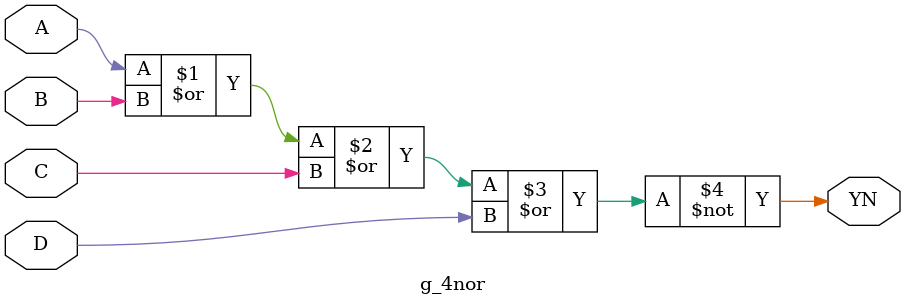
<source format=v>
module g_4nor (YN, A, B, C, D);

   input A, B, C, D;
   output YN;

   nor (YN, A, B, C, D);

endmodule // g_4nor

</source>
